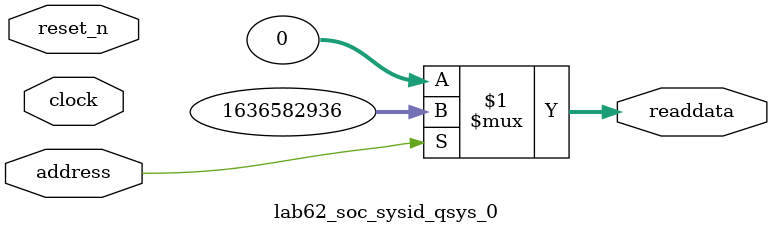
<source format=v>



// synthesis translate_off
`timescale 1ns / 1ps
// synthesis translate_on

// turn off superfluous verilog processor warnings 
// altera message_level Level1 
// altera message_off 10034 10035 10036 10037 10230 10240 10030 

module lab62_soc_sysid_qsys_0 (
               // inputs:
                address,
                clock,
                reset_n,

               // outputs:
                readdata
             )
;

  output  [ 31: 0] readdata;
  input            address;
  input            clock;
  input            reset_n;

  wire    [ 31: 0] readdata;
  //control_slave, which is an e_avalon_slave
  assign readdata = address ? 1636582936 : 0;

endmodule



</source>
